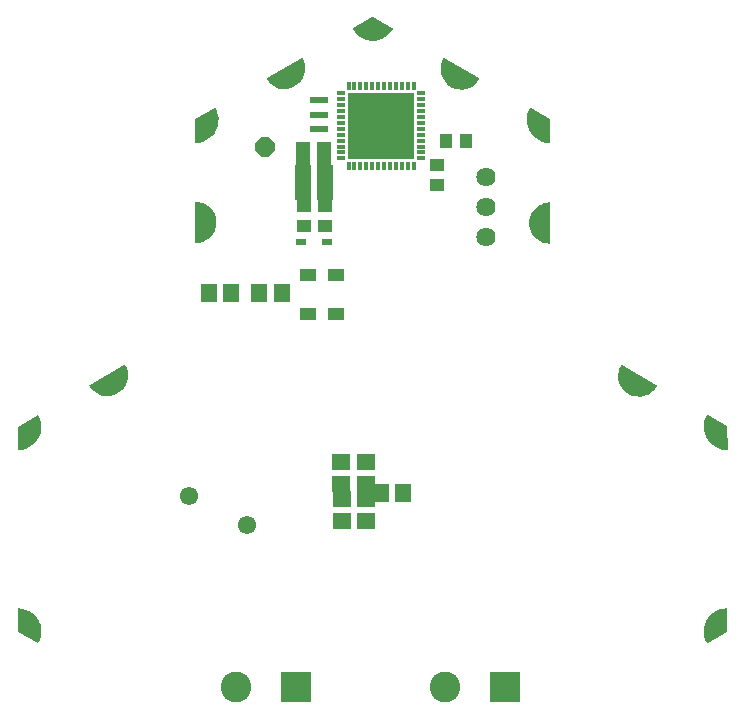
<source format=gbr>
G04 EAGLE Gerber RS-274X export*
G75*
%MOMM*%
%FSLAX34Y34*%
%LPD*%
%INSoldermask Bottom*%
%IPPOS*%
%AMOC8*
5,1,8,0,0,1.08239X$1,22.5*%
G01*
%ADD10R,1.501597X0.501600*%
%ADD11P,1.759533X8X22.500000*%
%ADD12R,1.201600X1.101600*%
%ADD13R,1.101600X1.201600*%
%ADD14C,1.625600*%
%ADD15R,0.651600X0.355600*%
%ADD16R,0.355600X0.651600*%
%ADD17R,5.701600X5.701600*%
%ADD18R,0.901600X0.601600*%
%ADD19R,1.601600X1.401600*%
%ADD20R,1.401600X1.601600*%
%ADD21C,1.101600*%
%ADD22C,1.549400*%
%ADD23R,2.601600X2.601600*%
%ADD24C,2.601600*%
%ADD25R,1.321600X1.011600*%

G36*
X150878Y328919D02*
X150878Y328919D01*
X150949Y328927D01*
X150974Y328942D01*
X151002Y328949D01*
X151059Y328991D01*
X151121Y329026D01*
X151139Y329049D01*
X151162Y329067D01*
X151198Y329128D01*
X151242Y329184D01*
X151249Y329213D01*
X151264Y329238D01*
X151280Y329336D01*
X151291Y329377D01*
X151289Y329388D01*
X151291Y329402D01*
X151269Y363363D01*
X151268Y363365D01*
X151269Y363367D01*
X151265Y363384D01*
X151263Y363391D01*
X151265Y363421D01*
X151243Y363488D01*
X151229Y363558D01*
X151213Y363582D01*
X151203Y363609D01*
X151157Y363663D01*
X151116Y363722D01*
X151092Y363737D01*
X151073Y363759D01*
X151009Y363790D01*
X150949Y363828D01*
X150920Y363833D01*
X150894Y363846D01*
X150795Y363854D01*
X150753Y363861D01*
X150742Y363859D01*
X150728Y363860D01*
X147933Y363627D01*
X147900Y363617D01*
X147852Y363613D01*
X145134Y362923D01*
X145102Y362908D01*
X145056Y362896D01*
X142488Y361768D01*
X142460Y361748D01*
X142416Y361728D01*
X140069Y360193D01*
X140044Y360168D01*
X140004Y360142D01*
X137942Y358241D01*
X137923Y358215D01*
X137909Y358206D01*
X137903Y358197D01*
X137886Y358181D01*
X136165Y355966D01*
X136149Y355935D01*
X136120Y355897D01*
X134787Y353430D01*
X134777Y353397D01*
X134754Y353354D01*
X133845Y350701D01*
X133840Y350667D01*
X133825Y350621D01*
X133365Y347855D01*
X133366Y347820D01*
X133358Y347773D01*
X133360Y344968D01*
X133367Y344934D01*
X133367Y344886D01*
X133830Y342120D01*
X133843Y342088D01*
X133850Y342040D01*
X134763Y339388D01*
X134780Y339358D01*
X134796Y339313D01*
X136132Y336847D01*
X136155Y336821D01*
X136178Y336778D01*
X137902Y334566D01*
X137928Y334544D01*
X137957Y334506D01*
X140022Y332607D01*
X140052Y332589D01*
X140087Y332557D01*
X142436Y331025D01*
X142468Y331012D01*
X142508Y330985D01*
X145078Y329860D01*
X145111Y329853D01*
X145156Y329834D01*
X147875Y329147D01*
X147909Y329145D01*
X147956Y329134D01*
X150751Y328904D01*
X150780Y328907D01*
X150809Y328902D01*
X150878Y328919D01*
G37*
G36*
X227147Y199482D02*
X227147Y199482D01*
X227195Y199481D01*
X229972Y199868D01*
X230005Y199879D01*
X230053Y199886D01*
X232729Y200725D01*
X232759Y200742D01*
X232805Y200756D01*
X235307Y202024D01*
X235334Y202045D01*
X235377Y202067D01*
X237636Y203730D01*
X237659Y203755D01*
X237698Y203784D01*
X238026Y204121D01*
X239481Y205619D01*
X239652Y205795D01*
X239671Y205824D01*
X239704Y205859D01*
X241301Y208165D01*
X241313Y208192D01*
X241331Y208214D01*
X241351Y208282D01*
X241379Y208347D01*
X241379Y208377D01*
X241388Y208405D01*
X241380Y208475D01*
X241380Y208546D01*
X241369Y208573D01*
X241366Y208602D01*
X241331Y208664D01*
X241303Y208730D01*
X241282Y208750D01*
X241268Y208775D01*
X241206Y208826D01*
X241202Y208833D01*
X241191Y208839D01*
X241161Y208868D01*
X241151Y208873D01*
X241140Y208881D01*
X211717Y225843D01*
X211690Y225852D01*
X211666Y225868D01*
X211596Y225883D01*
X211529Y225906D01*
X211500Y225903D01*
X211471Y225909D01*
X211401Y225896D01*
X211331Y225890D01*
X211305Y225877D01*
X211276Y225871D01*
X211217Y225831D01*
X211154Y225798D01*
X211136Y225776D01*
X211111Y225759D01*
X211055Y225678D01*
X211028Y225645D01*
X211024Y225634D01*
X211016Y225623D01*
X209821Y223086D01*
X209813Y223052D01*
X209792Y223009D01*
X209031Y220309D01*
X209028Y220275D01*
X209015Y220228D01*
X208709Y217441D01*
X208712Y217406D01*
X208706Y217358D01*
X208863Y214558D01*
X208872Y214525D01*
X208874Y214477D01*
X209489Y211740D01*
X209503Y211709D01*
X209514Y211662D01*
X210571Y209064D01*
X210590Y209035D01*
X210608Y208990D01*
X212078Y206602D01*
X212102Y206577D01*
X212127Y206536D01*
X213971Y204422D01*
X213998Y204401D01*
X214030Y204365D01*
X216196Y202583D01*
X216226Y202567D01*
X216263Y202536D01*
X218693Y201136D01*
X218726Y201125D01*
X218768Y201101D01*
X221395Y200119D01*
X221429Y200113D01*
X221474Y200096D01*
X224227Y199561D01*
X224262Y199561D01*
X224309Y199552D01*
X227112Y199476D01*
X227147Y199482D01*
G37*
G36*
X-221845Y199978D02*
X-221845Y199978D01*
X-221811Y199985D01*
X-221763Y199987D01*
X-219011Y200526D01*
X-218979Y200540D01*
X-218932Y200549D01*
X-216306Y201534D01*
X-216276Y201552D01*
X-216231Y201569D01*
X-213803Y202973D01*
X-213777Y202996D01*
X-213736Y203020D01*
X-211572Y204804D01*
X-211550Y204831D01*
X-211513Y204862D01*
X-209672Y206978D01*
X-209655Y207008D01*
X-209624Y207044D01*
X-208157Y209434D01*
X-208145Y209467D01*
X-208119Y209508D01*
X-207066Y212107D01*
X-207059Y212141D01*
X-207041Y212186D01*
X-206430Y214923D01*
X-206429Y214958D01*
X-206418Y215004D01*
X-206266Y217805D01*
X-206271Y217839D01*
X-206268Y217887D01*
X-206578Y220675D01*
X-206589Y220708D01*
X-206594Y220755D01*
X-207359Y223454D01*
X-207375Y223484D01*
X-207388Y223531D01*
X-208587Y226066D01*
X-208604Y226090D01*
X-208614Y226117D01*
X-208663Y226169D01*
X-208706Y226226D01*
X-208731Y226240D01*
X-208751Y226261D01*
X-208816Y226290D01*
X-208878Y226326D01*
X-208907Y226329D01*
X-208933Y226341D01*
X-209004Y226342D01*
X-209075Y226351D01*
X-209103Y226343D01*
X-209132Y226343D01*
X-209225Y226309D01*
X-209266Y226297D01*
X-209275Y226290D01*
X-209288Y226285D01*
X-238688Y209285D01*
X-238710Y209266D01*
X-238736Y209253D01*
X-238784Y209200D01*
X-238837Y209153D01*
X-238849Y209127D01*
X-238869Y209105D01*
X-238892Y209038D01*
X-238923Y208974D01*
X-238924Y208945D01*
X-238933Y208917D01*
X-238928Y208846D01*
X-238931Y208775D01*
X-238921Y208748D01*
X-238919Y208719D01*
X-238877Y208629D01*
X-238862Y208589D01*
X-238854Y208581D01*
X-238848Y208568D01*
X-237249Y206265D01*
X-237224Y206241D01*
X-237196Y206201D01*
X-235239Y204192D01*
X-235211Y204172D01*
X-235177Y204138D01*
X-232916Y202478D01*
X-232885Y202464D01*
X-232846Y202435D01*
X-230343Y201171D01*
X-230309Y201162D01*
X-230266Y201140D01*
X-227589Y200304D01*
X-227555Y200301D01*
X-227509Y200286D01*
X-224731Y199903D01*
X-224696Y199905D01*
X-224648Y199898D01*
X-221845Y199978D01*
G37*
G36*
X-71794Y459837D02*
X-71794Y459837D01*
X-71760Y459845D01*
X-71712Y459846D01*
X-68960Y460386D01*
X-68928Y460399D01*
X-68881Y460408D01*
X-66255Y461393D01*
X-66226Y461412D01*
X-66181Y461429D01*
X-63753Y462832D01*
X-63727Y462855D01*
X-63685Y462879D01*
X-61521Y464664D01*
X-61500Y464691D01*
X-61462Y464721D01*
X-59622Y466837D01*
X-59605Y466868D01*
X-59573Y466904D01*
X-58106Y469294D01*
X-58094Y469327D01*
X-58069Y469368D01*
X-57015Y471967D01*
X-57009Y472001D01*
X-56991Y472045D01*
X-56379Y474782D01*
X-56378Y474817D01*
X-56368Y474864D01*
X-56215Y477664D01*
X-56220Y477699D01*
X-56218Y477747D01*
X-56528Y480534D01*
X-56538Y480567D01*
X-56544Y480615D01*
X-57309Y483313D01*
X-57325Y483344D01*
X-57338Y483390D01*
X-58536Y485926D01*
X-58554Y485949D01*
X-58564Y485977D01*
X-58613Y486028D01*
X-58655Y486085D01*
X-58680Y486100D01*
X-58700Y486121D01*
X-58766Y486149D01*
X-58827Y486185D01*
X-58856Y486189D01*
X-58883Y486201D01*
X-58954Y486201D01*
X-59024Y486210D01*
X-59052Y486203D01*
X-59082Y486203D01*
X-59174Y486168D01*
X-59216Y486157D01*
X-59225Y486150D01*
X-59237Y486145D01*
X-88637Y469145D01*
X-88659Y469125D01*
X-88686Y469113D01*
X-88733Y469060D01*
X-88786Y469013D01*
X-88799Y468987D01*
X-88818Y468965D01*
X-88841Y468897D01*
X-88872Y468833D01*
X-88873Y468804D01*
X-88883Y468777D01*
X-88878Y468706D01*
X-88881Y468635D01*
X-88870Y468607D01*
X-88868Y468578D01*
X-88826Y468488D01*
X-88811Y468448D01*
X-88804Y468440D01*
X-88798Y468428D01*
X-87198Y466124D01*
X-87173Y466100D01*
X-87146Y466061D01*
X-85189Y464052D01*
X-85160Y464032D01*
X-85126Y463998D01*
X-82866Y462338D01*
X-82834Y462324D01*
X-82795Y462295D01*
X-80292Y461030D01*
X-80259Y461021D01*
X-80216Y460999D01*
X-77539Y460164D01*
X-77504Y460160D01*
X-77458Y460146D01*
X-74680Y459763D01*
X-74645Y459765D01*
X-74598Y459758D01*
X-71794Y459837D01*
G37*
G36*
X76757Y459364D02*
X76757Y459364D01*
X76805Y459363D01*
X79583Y459746D01*
X79616Y459757D01*
X79664Y459764D01*
X82341Y460599D01*
X82371Y460616D01*
X82417Y460630D01*
X84920Y461895D01*
X84948Y461916D01*
X84991Y461938D01*
X87251Y463598D01*
X87275Y463623D01*
X87314Y463652D01*
X89271Y465661D01*
X89289Y465690D01*
X89323Y465724D01*
X90923Y468028D01*
X90934Y468055D01*
X90953Y468077D01*
X90973Y468145D01*
X91001Y468210D01*
X91001Y468240D01*
X91010Y468268D01*
X91002Y468338D01*
X91002Y468409D01*
X90991Y468436D01*
X90988Y468465D01*
X90953Y468527D01*
X90926Y468593D01*
X90905Y468613D01*
X90891Y468639D01*
X90814Y468702D01*
X90784Y468732D01*
X90773Y468736D01*
X90762Y468745D01*
X61362Y485745D01*
X61335Y485754D01*
X61311Y485771D01*
X61241Y485785D01*
X61174Y485808D01*
X61145Y485806D01*
X61116Y485812D01*
X61046Y485798D01*
X60976Y485793D01*
X60950Y485779D01*
X60921Y485774D01*
X60862Y485734D01*
X60799Y485701D01*
X60780Y485679D01*
X60756Y485662D01*
X60699Y485581D01*
X60672Y485548D01*
X60669Y485537D01*
X60661Y485526D01*
X59463Y482990D01*
X59454Y482957D01*
X59434Y482913D01*
X58669Y480215D01*
X58666Y480181D01*
X58653Y480134D01*
X58343Y477347D01*
X58345Y477319D01*
X58344Y477314D01*
X58345Y477309D01*
X58340Y477264D01*
X58493Y474464D01*
X58502Y474431D01*
X58504Y474382D01*
X59116Y471645D01*
X59130Y471614D01*
X59140Y471567D01*
X60194Y468968D01*
X60213Y468939D01*
X60231Y468894D01*
X61698Y466504D01*
X61722Y466478D01*
X61747Y466437D01*
X63587Y464321D01*
X63615Y464300D01*
X63646Y464264D01*
X65810Y462479D01*
X65841Y462463D01*
X65878Y462432D01*
X68306Y461029D01*
X68338Y461018D01*
X68380Y460993D01*
X71006Y460008D01*
X71040Y460003D01*
X71085Y459986D01*
X73837Y459446D01*
X73872Y459447D01*
X73919Y459437D01*
X76723Y459358D01*
X76757Y459364D01*
G37*
G36*
X-148864Y329582D02*
X-148864Y329582D01*
X-148851Y329581D01*
X-146056Y329815D01*
X-146022Y329824D01*
X-145974Y329828D01*
X-143256Y330518D01*
X-143225Y330534D01*
X-143178Y330545D01*
X-140611Y331674D01*
X-140582Y331694D01*
X-140538Y331713D01*
X-138191Y333248D01*
X-138167Y333273D01*
X-138126Y333299D01*
X-136064Y335200D01*
X-136053Y335215D01*
X-136041Y335223D01*
X-136030Y335241D01*
X-136009Y335261D01*
X-134287Y337475D01*
X-134272Y337506D01*
X-134242Y337544D01*
X-132909Y340011D01*
X-132899Y340044D01*
X-132876Y340087D01*
X-131967Y342740D01*
X-131963Y342774D01*
X-131947Y342820D01*
X-131487Y345586D01*
X-131489Y345621D01*
X-131481Y345669D01*
X-131482Y348473D01*
X-131489Y348507D01*
X-131489Y348555D01*
X-131953Y351321D01*
X-131965Y351353D01*
X-131973Y351401D01*
X-132885Y354053D01*
X-132903Y354083D01*
X-132919Y354128D01*
X-134255Y356594D01*
X-134277Y356621D01*
X-134300Y356663D01*
X-136024Y358875D01*
X-136051Y358898D01*
X-136080Y358936D01*
X-138145Y360834D01*
X-138174Y360852D01*
X-138210Y360884D01*
X-140559Y362417D01*
X-140591Y362429D01*
X-140631Y362456D01*
X-143200Y363581D01*
X-143234Y363588D01*
X-143278Y363607D01*
X-145997Y364294D01*
X-146032Y364296D01*
X-146079Y364308D01*
X-148874Y364537D01*
X-148903Y364534D01*
X-148931Y364539D01*
X-149001Y364522D01*
X-149071Y364514D01*
X-149096Y364499D01*
X-149125Y364493D01*
X-149182Y364450D01*
X-149244Y364415D01*
X-149261Y364392D01*
X-149285Y364375D01*
X-149321Y364314D01*
X-149364Y364257D01*
X-149371Y364229D01*
X-149386Y364204D01*
X-149403Y364106D01*
X-149413Y364064D01*
X-149412Y364053D01*
X-149414Y364039D01*
X-149391Y330078D01*
X-149386Y330050D01*
X-149388Y330021D01*
X-149366Y329953D01*
X-149352Y329884D01*
X-149335Y329859D01*
X-149326Y329832D01*
X-149279Y329778D01*
X-149239Y329720D01*
X-149214Y329704D01*
X-149195Y329682D01*
X-149131Y329651D01*
X-149071Y329613D01*
X-149043Y329608D01*
X-149016Y329595D01*
X-148917Y329587D01*
X-148875Y329580D01*
X-148864Y329582D01*
G37*
G36*
X150949Y414165D02*
X150949Y414165D01*
X151020Y414174D01*
X151045Y414188D01*
X151073Y414195D01*
X151130Y414237D01*
X151192Y414273D01*
X151210Y414296D01*
X151233Y414313D01*
X151269Y414374D01*
X151312Y414431D01*
X151319Y414459D01*
X151334Y414484D01*
X151351Y414583D01*
X151361Y414624D01*
X151359Y414635D01*
X151362Y414648D01*
X151339Y433688D01*
X151323Y433763D01*
X151315Y433839D01*
X151304Y433860D01*
X151299Y433882D01*
X151255Y433946D01*
X151218Y434013D01*
X151198Y434029D01*
X151186Y434046D01*
X151149Y434070D01*
X151090Y434119D01*
X134613Y443658D01*
X134585Y443668D01*
X134561Y443684D01*
X134492Y443699D01*
X134424Y443722D01*
X134395Y443720D01*
X134367Y443726D01*
X134297Y443712D01*
X134226Y443707D01*
X134200Y443693D01*
X134172Y443688D01*
X134112Y443648D01*
X134049Y443615D01*
X134031Y443593D01*
X134007Y443577D01*
X133949Y443495D01*
X133922Y443462D01*
X133919Y443452D01*
X133911Y443440D01*
X132597Y440670D01*
X132589Y440637D01*
X132568Y440595D01*
X131715Y437650D01*
X131713Y437616D01*
X131699Y437571D01*
X131330Y434527D01*
X131332Y434494D01*
X131326Y434447D01*
X131450Y431383D01*
X131458Y431351D01*
X131460Y431304D01*
X132073Y428299D01*
X132086Y428268D01*
X132095Y428222D01*
X133183Y425355D01*
X133201Y425327D01*
X133217Y425283D01*
X134750Y422627D01*
X134773Y422602D01*
X134796Y422561D01*
X136735Y420186D01*
X136761Y420165D01*
X136791Y420128D01*
X139086Y418095D01*
X139115Y418078D01*
X139150Y418047D01*
X141741Y416408D01*
X141773Y416396D01*
X141813Y416371D01*
X144633Y415169D01*
X144667Y415162D01*
X144710Y415143D01*
X147687Y414410D01*
X147721Y414408D01*
X147766Y414397D01*
X150822Y414150D01*
X150851Y414153D01*
X150880Y414149D01*
X150949Y414165D01*
G37*
G36*
X284320Y-9327D02*
X284320Y-9327D01*
X284349Y-9327D01*
X284443Y-9292D01*
X284484Y-9281D01*
X284492Y-9274D01*
X284505Y-9269D01*
X300982Y270D01*
X301040Y321D01*
X301102Y367D01*
X301114Y387D01*
X301131Y402D01*
X301164Y472D01*
X301203Y538D01*
X301208Y563D01*
X301216Y582D01*
X301218Y626D01*
X301231Y702D01*
X301254Y19741D01*
X301248Y19769D01*
X301251Y19798D01*
X301229Y19866D01*
X301215Y19936D01*
X301198Y19960D01*
X301189Y19987D01*
X301143Y20041D01*
X301102Y20100D01*
X301078Y20116D01*
X301059Y20138D01*
X300995Y20169D01*
X300935Y20207D01*
X300906Y20212D01*
X300880Y20225D01*
X300781Y20234D01*
X300739Y20241D01*
X300728Y20238D01*
X300715Y20239D01*
X297658Y19993D01*
X297626Y19983D01*
X297579Y19980D01*
X294602Y19246D01*
X294571Y19231D01*
X294526Y19220D01*
X291705Y18019D01*
X291677Y17999D01*
X291634Y17981D01*
X289042Y16343D01*
X289018Y16319D01*
X288978Y16294D01*
X286683Y14261D01*
X286663Y14234D01*
X286627Y14203D01*
X284688Y11828D01*
X284672Y11798D01*
X284642Y11762D01*
X283109Y9106D01*
X283099Y9074D01*
X283075Y9034D01*
X281988Y6167D01*
X281982Y6133D01*
X281965Y6090D01*
X281352Y3086D01*
X281352Y3052D01*
X281342Y3006D01*
X281219Y-58D01*
X281224Y-91D01*
X281222Y-138D01*
X281592Y-3182D01*
X281602Y-3214D01*
X281608Y-3261D01*
X282461Y-6206D01*
X282477Y-6236D01*
X282489Y-6281D01*
X283804Y-9051D01*
X283821Y-9074D01*
X283831Y-9102D01*
X283880Y-9153D01*
X283923Y-9210D01*
X283948Y-9225D01*
X283968Y-9246D01*
X284033Y-9274D01*
X284095Y-9310D01*
X284124Y-9314D01*
X284150Y-9325D01*
X284221Y-9326D01*
X284292Y-9335D01*
X284320Y-9327D01*
G37*
G36*
X-299077Y154133D02*
X-299077Y154133D01*
X-299064Y154132D01*
X-296007Y154378D01*
X-295975Y154388D01*
X-295928Y154391D01*
X-292951Y155125D01*
X-292920Y155140D01*
X-292875Y155151D01*
X-290054Y156352D01*
X-290026Y156372D01*
X-289983Y156390D01*
X-287391Y158029D01*
X-287367Y158052D01*
X-287327Y158077D01*
X-285032Y160110D01*
X-285012Y160137D01*
X-284976Y160168D01*
X-283037Y162543D01*
X-283021Y162573D01*
X-282991Y162609D01*
X-281458Y165265D01*
X-281448Y165297D01*
X-281424Y165337D01*
X-280337Y168204D01*
X-280331Y168238D01*
X-280314Y168281D01*
X-279701Y171286D01*
X-279701Y171319D01*
X-279691Y171365D01*
X-279568Y174429D01*
X-279573Y174462D01*
X-279571Y174509D01*
X-279941Y177553D01*
X-279951Y177585D01*
X-279957Y177632D01*
X-280810Y180577D01*
X-280825Y180607D01*
X-280838Y180652D01*
X-282153Y183422D01*
X-282170Y183445D01*
X-282180Y183473D01*
X-282229Y183524D01*
X-282272Y183581D01*
X-282297Y183596D01*
X-282317Y183617D01*
X-282382Y183645D01*
X-282444Y183681D01*
X-282473Y183685D01*
X-282499Y183696D01*
X-282570Y183697D01*
X-282641Y183706D01*
X-282669Y183698D01*
X-282698Y183698D01*
X-282792Y183663D01*
X-282833Y183652D01*
X-282841Y183645D01*
X-282854Y183640D01*
X-299331Y174101D01*
X-299389Y174050D01*
X-299451Y174004D01*
X-299463Y173984D01*
X-299480Y173969D01*
X-299513Y173899D01*
X-299552Y173833D01*
X-299557Y173808D01*
X-299565Y173789D01*
X-299567Y173745D01*
X-299580Y173669D01*
X-299603Y154630D01*
X-299597Y154602D01*
X-299600Y154573D01*
X-299578Y154505D01*
X-299564Y154435D01*
X-299547Y154411D01*
X-299538Y154384D01*
X-299492Y154330D01*
X-299451Y154271D01*
X-299427Y154255D01*
X-299408Y154233D01*
X-299344Y154202D01*
X-299284Y154164D01*
X-299255Y154159D01*
X-299229Y154146D01*
X-299130Y154138D01*
X-299088Y154130D01*
X-299077Y154133D01*
G37*
G36*
X-149072Y414283D02*
X-149072Y414283D01*
X-149059Y414281D01*
X-146003Y414528D01*
X-145970Y414538D01*
X-145923Y414541D01*
X-142946Y415275D01*
X-142916Y415289D01*
X-142870Y415300D01*
X-140049Y416502D01*
X-140021Y416521D01*
X-139978Y416539D01*
X-137387Y418178D01*
X-137362Y418202D01*
X-137322Y418227D01*
X-135027Y420260D01*
X-135007Y420287D01*
X-134972Y420318D01*
X-133032Y422693D01*
X-133017Y422723D01*
X-132987Y422759D01*
X-131454Y425414D01*
X-131443Y425447D01*
X-131419Y425487D01*
X-131004Y426581D01*
X-131004Y426582D01*
X-130815Y427081D01*
X-130625Y427580D01*
X-130436Y428079D01*
X-130332Y428354D01*
X-130326Y428387D01*
X-130310Y428431D01*
X-129696Y431435D01*
X-129696Y431469D01*
X-129687Y431515D01*
X-129563Y434579D01*
X-129569Y434612D01*
X-129566Y434659D01*
X-129936Y437703D01*
X-129947Y437735D01*
X-129952Y437782D01*
X-130805Y440727D01*
X-130821Y440757D01*
X-130834Y440802D01*
X-132148Y443572D01*
X-132165Y443595D01*
X-132175Y443622D01*
X-132225Y443674D01*
X-132267Y443731D01*
X-132292Y443746D01*
X-132312Y443767D01*
X-132378Y443795D01*
X-132439Y443831D01*
X-132468Y443835D01*
X-132495Y443846D01*
X-132566Y443847D01*
X-132637Y443856D01*
X-132664Y443848D01*
X-132693Y443848D01*
X-132787Y443813D01*
X-132828Y443802D01*
X-132836Y443795D01*
X-132849Y443790D01*
X-149326Y434251D01*
X-149384Y434199D01*
X-149446Y434154D01*
X-149458Y434134D01*
X-149475Y434119D01*
X-149508Y434049D01*
X-149548Y433983D01*
X-149552Y433958D01*
X-149561Y433939D01*
X-149563Y433895D01*
X-149576Y433819D01*
X-149598Y414780D01*
X-149593Y414751D01*
X-149595Y414722D01*
X-149573Y414655D01*
X-149559Y414585D01*
X-149543Y414561D01*
X-149534Y414533D01*
X-149487Y414480D01*
X-149447Y414421D01*
X-149422Y414405D01*
X-149403Y414383D01*
X-149339Y414352D01*
X-149279Y414313D01*
X-149251Y414309D01*
X-149225Y414296D01*
X-149125Y414287D01*
X-149083Y414280D01*
X-149072Y414283D01*
G37*
G36*
X300880Y154235D02*
X300880Y154235D01*
X300950Y154243D01*
X300976Y154258D01*
X301004Y154265D01*
X301061Y154307D01*
X301123Y154342D01*
X301140Y154365D01*
X301164Y154383D01*
X301200Y154444D01*
X301243Y154501D01*
X301250Y154529D01*
X301265Y154554D01*
X301281Y154652D01*
X301292Y154694D01*
X301290Y154705D01*
X301292Y154718D01*
X301270Y173757D01*
X301254Y173833D01*
X301246Y173909D01*
X301234Y173929D01*
X301230Y173952D01*
X301186Y174016D01*
X301149Y174083D01*
X301129Y174099D01*
X301117Y174116D01*
X301080Y174140D01*
X301021Y174189D01*
X284543Y183728D01*
X284516Y183737D01*
X284492Y183754D01*
X284423Y183769D01*
X284355Y183792D01*
X284326Y183789D01*
X284298Y183795D01*
X284228Y183782D01*
X284157Y183776D01*
X284131Y183763D01*
X284102Y183758D01*
X284043Y183718D01*
X283980Y183685D01*
X283962Y183663D01*
X283937Y183646D01*
X283880Y183564D01*
X283853Y183532D01*
X283850Y183521D01*
X283842Y183510D01*
X282528Y180740D01*
X282520Y180707D01*
X282499Y180665D01*
X281646Y177720D01*
X281643Y177686D01*
X281630Y177641D01*
X281260Y174597D01*
X281263Y174563D01*
X281257Y174517D01*
X281381Y171453D01*
X281389Y171420D01*
X281390Y171373D01*
X282004Y168369D01*
X282017Y168338D01*
X282026Y168292D01*
X283113Y165425D01*
X283131Y165396D01*
X283148Y165353D01*
X284681Y162697D01*
X284703Y162672D01*
X284727Y162631D01*
X286666Y160256D01*
X286692Y160234D01*
X286721Y160198D01*
X289016Y158165D01*
X289046Y158148D01*
X289081Y158116D01*
X291672Y156478D01*
X291704Y156466D01*
X291743Y156440D01*
X294564Y155238D01*
X294597Y155232D01*
X294640Y155213D01*
X297617Y154479D01*
X297651Y154478D01*
X297697Y154466D01*
X300753Y154220D01*
X300782Y154223D01*
X300810Y154218D01*
X300880Y154235D01*
G37*
G36*
X-282577Y-9411D02*
X-282577Y-9411D01*
X-282506Y-9405D01*
X-282480Y-9392D01*
X-282451Y-9387D01*
X-282392Y-9347D01*
X-282329Y-9314D01*
X-282311Y-9292D01*
X-282286Y-9275D01*
X-282229Y-9193D01*
X-282202Y-9161D01*
X-282199Y-9150D01*
X-282191Y-9139D01*
X-280877Y-6369D01*
X-280869Y-6336D01*
X-280848Y-6294D01*
X-279995Y-3349D01*
X-279992Y-3315D01*
X-279979Y-3270D01*
X-279609Y-226D01*
X-279612Y-192D01*
X-279606Y-146D01*
X-279730Y2918D01*
X-279738Y2951D01*
X-279739Y2998D01*
X-280353Y6002D01*
X-280366Y6033D01*
X-280375Y6079D01*
X-281462Y8946D01*
X-281480Y8975D01*
X-281497Y9018D01*
X-283030Y11674D01*
X-283052Y11699D01*
X-283076Y11740D01*
X-285015Y14115D01*
X-285041Y14137D01*
X-285070Y14173D01*
X-287365Y16206D01*
X-287395Y16223D01*
X-287430Y16255D01*
X-290021Y17893D01*
X-290053Y17905D01*
X-290092Y17931D01*
X-292913Y19133D01*
X-292946Y19139D01*
X-292989Y19158D01*
X-295966Y19892D01*
X-296000Y19893D01*
X-296046Y19905D01*
X-299102Y20151D01*
X-299131Y20148D01*
X-299159Y20153D01*
X-299229Y20136D01*
X-299299Y20128D01*
X-299325Y20113D01*
X-299353Y20106D01*
X-299410Y20064D01*
X-299472Y20029D01*
X-299489Y20006D01*
X-299513Y19988D01*
X-299549Y19927D01*
X-299592Y19870D01*
X-299599Y19842D01*
X-299614Y19817D01*
X-299630Y19719D01*
X-299641Y19677D01*
X-299639Y19667D01*
X-299641Y19653D01*
X-299619Y614D01*
X-299603Y538D01*
X-299595Y462D01*
X-299583Y442D01*
X-299579Y419D01*
X-299535Y356D01*
X-299498Y288D01*
X-299478Y272D01*
X-299466Y255D01*
X-299429Y231D01*
X-299370Y182D01*
X-282892Y-9357D01*
X-282865Y-9366D01*
X-282841Y-9383D01*
X-282772Y-9398D01*
X-282704Y-9421D01*
X-282675Y-9418D01*
X-282647Y-9424D01*
X-282577Y-9411D01*
G37*
G36*
X2379Y500856D02*
X2379Y500856D01*
X2426Y500855D01*
X5452Y501347D01*
X5484Y501359D01*
X5530Y501366D01*
X8439Y502337D01*
X8468Y502354D01*
X8512Y502369D01*
X11227Y503794D01*
X11254Y503815D01*
X11295Y503837D01*
X13747Y505679D01*
X13769Y505704D01*
X13807Y505732D01*
X15931Y507943D01*
X15949Y507972D01*
X15982Y508005D01*
X17723Y510529D01*
X17735Y510556D01*
X17753Y510578D01*
X17774Y510646D01*
X17801Y510712D01*
X17802Y510741D01*
X17810Y510768D01*
X17802Y510840D01*
X17802Y510911D01*
X17791Y510937D01*
X17788Y510966D01*
X17753Y511028D01*
X17725Y511094D01*
X17704Y511114D01*
X17690Y511139D01*
X17613Y511203D01*
X17582Y511233D01*
X17572Y511237D01*
X17562Y511245D01*
X1062Y520745D01*
X989Y520769D01*
X918Y520800D01*
X895Y520801D01*
X873Y520808D01*
X796Y520802D01*
X719Y520803D01*
X695Y520794D01*
X675Y520792D01*
X635Y520772D01*
X563Y520745D01*
X-15937Y511245D01*
X-15958Y511226D01*
X-15985Y511214D01*
X-16032Y511161D01*
X-16086Y511114D01*
X-16098Y511088D01*
X-16118Y511066D01*
X-16141Y510999D01*
X-16172Y510934D01*
X-16173Y510905D01*
X-16182Y510878D01*
X-16178Y510807D01*
X-16181Y510736D01*
X-16171Y510709D01*
X-16169Y510680D01*
X-16126Y510589D01*
X-16112Y510549D01*
X-16104Y510541D01*
X-16098Y510529D01*
X-14357Y508005D01*
X-14332Y507982D01*
X-14306Y507943D01*
X-12182Y505732D01*
X-12154Y505713D01*
X-12122Y505679D01*
X-9670Y503837D01*
X-9640Y503822D01*
X-9602Y503794D01*
X-6887Y502369D01*
X-6855Y502359D01*
X-6814Y502337D01*
X-3905Y501366D01*
X-3871Y501362D01*
X-3827Y501347D01*
X-801Y500855D01*
X-767Y500857D01*
X-721Y500849D01*
X2346Y500849D01*
X2379Y500856D01*
G37*
D10*
X-44450Y450150D03*
X-44450Y438150D03*
X-44450Y426150D03*
D11*
X-90488Y411163D03*
D12*
X55563Y378850D03*
X55563Y395850D03*
D13*
X62938Y415925D03*
X79938Y415925D03*
D12*
X-57150Y343925D03*
X-57150Y360925D03*
X-40713Y409575D03*
X-57713Y409575D03*
X-40713Y400050D03*
X-57713Y400050D03*
X-39688Y343925D03*
X-39688Y360925D03*
D14*
X96838Y334963D03*
X96838Y360363D03*
X96838Y385763D03*
D15*
X-25863Y401118D03*
X-25863Y406119D03*
X-25863Y411121D03*
X-25863Y416122D03*
X-25863Y421123D03*
X-25863Y426124D03*
X-25863Y431126D03*
X-25863Y436127D03*
X-25863Y441128D03*
X-25863Y446129D03*
X-25863Y451131D03*
X-25863Y456132D03*
D16*
X-19570Y462425D03*
X-14569Y462425D03*
X-9567Y462425D03*
X-4566Y462425D03*
X436Y462425D03*
X5437Y462425D03*
X10439Y462425D03*
X15440Y462425D03*
X20441Y462425D03*
X25442Y462425D03*
X30444Y462425D03*
X35445Y462425D03*
D15*
X41738Y456132D03*
X41738Y451131D03*
X41738Y446129D03*
X41738Y441128D03*
X41738Y436127D03*
X41738Y431126D03*
X41738Y426124D03*
X41738Y421123D03*
X41738Y416122D03*
X41738Y411121D03*
X41738Y406119D03*
X41738Y401118D03*
D16*
X35445Y394825D03*
X30444Y394825D03*
X25442Y394825D03*
X20441Y394825D03*
X15440Y394825D03*
X10439Y394825D03*
X5437Y394825D03*
X436Y394825D03*
X-4566Y394825D03*
X-9567Y394825D03*
X-14569Y394825D03*
X-19570Y394825D03*
D17*
X7938Y428625D03*
D18*
X-38213Y330200D03*
X-60213Y330200D03*
D19*
X-25400Y112688D03*
X-25400Y93688D03*
X-25625Y125413D03*
X-25625Y144413D03*
D20*
X26938Y117700D03*
X7938Y117700D03*
D19*
X-4763Y112688D03*
X-4763Y93688D03*
X-4988Y125413D03*
X-4988Y144413D03*
D20*
X-119063Y287112D03*
X-138063Y287112D03*
X-76200Y287112D03*
X-95200Y287112D03*
X-39150Y373288D03*
X-58150Y373288D03*
X-39150Y387575D03*
X-58150Y387575D03*
D21*
X813Y512313D03*
X143911Y429687D03*
X-70188Y471213D03*
X72313Y470813D03*
X143835Y346351D03*
X-142148Y429819D03*
X-141957Y347090D03*
X-292153Y169669D03*
X-292191Y4614D03*
X-220238Y211353D03*
X293804Y4702D03*
X293842Y169757D03*
X222733Y210898D03*
D22*
X-105283Y90742D03*
X-155067Y115634D03*
D23*
X112713Y-46038D03*
D24*
X61913Y-46038D03*
D23*
X-63713Y-46038D03*
D24*
X-114513Y-46038D03*
D25*
X-53975Y269400D03*
X-53975Y302100D03*
X-30163Y269400D03*
X-30163Y302100D03*
M02*

</source>
